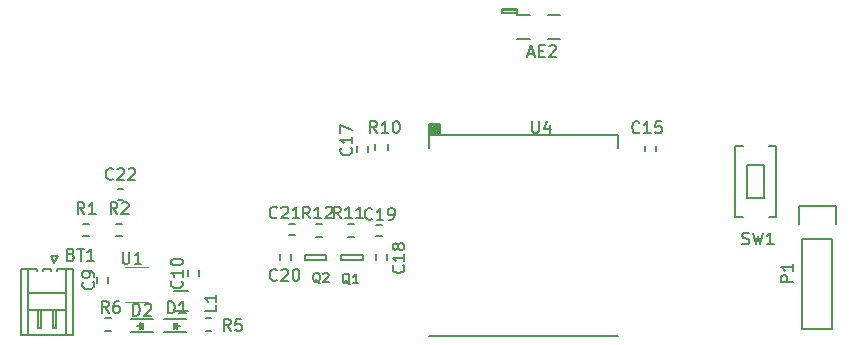
<source format=gbr>
G04 #@! TF.FileFunction,Legend,Top*
%FSLAX46Y46*%
G04 Gerber Fmt 4.6, Leading zero omitted, Abs format (unit mm)*
G04 Created by KiCad (PCBNEW 4.0.5+dfsg1-4~bpo8+1) date Mon Dec 18 16:44:26 2017*
%MOMM*%
%LPD*%
G01*
G04 APERTURE LIST*
%ADD10C,0.100000*%
%ADD11C,0.200000*%
%ADD12C,0.150000*%
G04 APERTURE END LIST*
D10*
D11*
X156440000Y-110330000D02*
X155790000Y-110330000D01*
X155790000Y-110330000D02*
X155790000Y-109680000D01*
X155790000Y-109680000D02*
X156440000Y-109680000D01*
X156440000Y-109680000D02*
X156440000Y-110180000D01*
X156440000Y-110180000D02*
X155940000Y-110180000D01*
X155940000Y-110180000D02*
X155940000Y-109780000D01*
X155940000Y-109780000D02*
X156290000Y-109780000D01*
X156290000Y-109780000D02*
X156290000Y-110030000D01*
X156290000Y-110030000D02*
X156040000Y-110030000D01*
X156040000Y-110030000D02*
X156040000Y-109880000D01*
X156040000Y-109880000D02*
X156190000Y-109880000D01*
X155640000Y-110480000D02*
X155640000Y-109530000D01*
X155640000Y-109530000D02*
X156590000Y-109530000D01*
X156590000Y-109530000D02*
X156590000Y-110430000D01*
X171640000Y-110480000D02*
X171640000Y-111580000D01*
X155640000Y-110480000D02*
X155640000Y-111580000D01*
X155640000Y-110480000D02*
X171640000Y-110480000D01*
X171640000Y-127480000D02*
X155640000Y-127480000D01*
D12*
X148810000Y-119105000D02*
X149310000Y-119105000D01*
X149310000Y-118055000D02*
X148810000Y-118055000D01*
D11*
X163120000Y-100340000D02*
X163120000Y-100040000D01*
X163120000Y-100040000D02*
X163120000Y-99840000D01*
X163120000Y-99840000D02*
X161820000Y-99840000D01*
X161820000Y-99840000D02*
X161820000Y-100140000D01*
X161820000Y-100140000D02*
X163120000Y-100140000D01*
X163120000Y-100140000D02*
X163120000Y-99940000D01*
X163120000Y-99940000D02*
X161920000Y-99940000D01*
X166720000Y-100340000D02*
X165720000Y-100340000D01*
X165720000Y-102340000D02*
X166720000Y-102340000D01*
X163120000Y-102340000D02*
X164220000Y-102340000D01*
X163120000Y-100340000D02*
X164220000Y-100340000D01*
D12*
X124170000Y-121990000D02*
X124170000Y-121840000D01*
X124170000Y-121840000D02*
X125470000Y-121840000D01*
X125470000Y-121840000D02*
X125470000Y-127440000D01*
X125470000Y-127440000D02*
X121120000Y-127440000D01*
X121120000Y-127440000D02*
X121120000Y-121840000D01*
X121120000Y-121840000D02*
X122420000Y-121840000D01*
X122420000Y-121840000D02*
X122420000Y-121990000D01*
X124920000Y-125340000D02*
X121670000Y-125340000D01*
X124920000Y-123840000D02*
X121670000Y-123840000D01*
X124920000Y-127440000D02*
X124920000Y-121840000D01*
X121670000Y-127440000D02*
X121670000Y-121840000D01*
X123920000Y-125340000D02*
X124070000Y-125340000D01*
X124070000Y-125340000D02*
X124070000Y-126802500D01*
X124070000Y-126802500D02*
X123920000Y-126840000D01*
X123920000Y-126840000D02*
X123770000Y-126802500D01*
X123770000Y-126802500D02*
X123770000Y-125340000D01*
X123770000Y-125340000D02*
X123920000Y-125340000D01*
X122670000Y-125340000D02*
X122820000Y-125340000D01*
X122820000Y-125340000D02*
X122820000Y-126802500D01*
X122820000Y-126802500D02*
X122670000Y-126840000D01*
X122670000Y-126840000D02*
X122520000Y-126802500D01*
X122520000Y-126802500D02*
X122520000Y-125340000D01*
X122520000Y-125340000D02*
X122670000Y-125340000D01*
X123670000Y-121990000D02*
X123670000Y-121840000D01*
X123670000Y-121840000D02*
X122920000Y-121840000D01*
X122920000Y-121840000D02*
X122920000Y-121990000D01*
X123920000Y-121340000D02*
X124220000Y-120740000D01*
X124220000Y-120740000D02*
X123620000Y-120740000D01*
X123620000Y-120740000D02*
X123920000Y-121340000D01*
X127545000Y-122540000D02*
X127545000Y-123040000D01*
X128495000Y-123040000D02*
X128495000Y-122540000D01*
X135195000Y-121940000D02*
X135195000Y-122440000D01*
X136145000Y-122440000D02*
X136145000Y-121940000D01*
X174845000Y-111890000D02*
X174845000Y-111390000D01*
X173895000Y-111390000D02*
X173895000Y-111890000D01*
X150495000Y-111960000D02*
X150495000Y-111460000D01*
X149545000Y-111460000D02*
X149545000Y-111960000D01*
X151175000Y-120610000D02*
X151175000Y-121110000D01*
X152125000Y-121110000D02*
X152125000Y-120610000D01*
X151680000Y-118095000D02*
X151180000Y-118095000D01*
X151180000Y-119045000D02*
X151680000Y-119045000D01*
X143045000Y-120540000D02*
X143045000Y-121040000D01*
X143995000Y-121040000D02*
X143995000Y-120540000D01*
X143820000Y-119005000D02*
X144320000Y-119005000D01*
X144320000Y-118055000D02*
X143820000Y-118055000D01*
X129770000Y-115065000D02*
X129270000Y-115065000D01*
X129270000Y-116015000D02*
X129770000Y-116015000D01*
X133170000Y-127190000D02*
X135070000Y-127190000D01*
X133170000Y-126090000D02*
X135070000Y-126090000D01*
X134070000Y-126640000D02*
X134520000Y-126640000D01*
X134020000Y-126390000D02*
X134020000Y-126890000D01*
X134020000Y-126640000D02*
X134270000Y-126390000D01*
X134270000Y-126390000D02*
X134270000Y-126890000D01*
X134270000Y-126890000D02*
X134020000Y-126640000D01*
X132270000Y-126090000D02*
X130370000Y-126090000D01*
X132270000Y-127190000D02*
X130370000Y-127190000D01*
X131370000Y-126640000D02*
X130920000Y-126640000D01*
X131420000Y-126890000D02*
X131420000Y-126390000D01*
X131420000Y-126640000D02*
X131170000Y-126890000D01*
X131170000Y-126890000D02*
X131170000Y-126390000D01*
X131170000Y-126390000D02*
X131420000Y-126640000D01*
X135260000Y-125415000D02*
X134060000Y-125415000D01*
X134060000Y-123665000D02*
X135260000Y-123665000D01*
X150010000Y-120660000D02*
X148210000Y-120660000D01*
X148210000Y-120660000D02*
X148210000Y-121060000D01*
X148210000Y-121060000D02*
X150010000Y-121060000D01*
X150010000Y-121060000D02*
X150010000Y-120660000D01*
X146920000Y-120640000D02*
X145120000Y-120640000D01*
X145120000Y-120640000D02*
X145120000Y-121040000D01*
X145120000Y-121040000D02*
X146920000Y-121040000D01*
X146920000Y-121040000D02*
X146920000Y-120640000D01*
X126870000Y-118015000D02*
X126370000Y-118015000D01*
X126370000Y-119065000D02*
X126870000Y-119065000D01*
X129670000Y-118015000D02*
X129170000Y-118015000D01*
X129170000Y-119065000D02*
X129670000Y-119065000D01*
X136720000Y-127065000D02*
X137220000Y-127065000D01*
X137220000Y-126015000D02*
X136720000Y-126015000D01*
X128720000Y-126015000D02*
X128220000Y-126015000D01*
X128220000Y-127065000D02*
X128720000Y-127065000D01*
X151085000Y-111250000D02*
X151085000Y-111750000D01*
X152135000Y-111750000D02*
X152135000Y-111250000D01*
X146070000Y-119095000D02*
X146570000Y-119095000D01*
X146570000Y-118045000D02*
X146070000Y-118045000D01*
X182600000Y-115800000D02*
X182600000Y-113000000D01*
X182600000Y-113000000D02*
X184000000Y-113000000D01*
X184000000Y-113000000D02*
X184000000Y-115800000D01*
X184000000Y-115800000D02*
X182600000Y-115800000D01*
X181550000Y-111400000D02*
X182200000Y-111400000D01*
X185050000Y-111400000D02*
X184400000Y-111400000D01*
X184400000Y-117400000D02*
X185050000Y-117400000D01*
X181550000Y-117400000D02*
X182200000Y-117400000D01*
X181550000Y-111400000D02*
X181550000Y-117400000D01*
X185050000Y-117400000D02*
X185050000Y-111400000D01*
X187250000Y-119310000D02*
X187250000Y-126930000D01*
X189790000Y-119310000D02*
X189790000Y-126930000D01*
X190070000Y-116490000D02*
X190070000Y-118040000D01*
X187250000Y-126930000D02*
X189790000Y-126930000D01*
X189790000Y-119310000D02*
X187250000Y-119310000D01*
X186970000Y-118040000D02*
X186970000Y-116490000D01*
X186970000Y-116490000D02*
X190070000Y-116490000D01*
D10*
X131870000Y-124740000D02*
X131870000Y-124840000D01*
X131870000Y-124840000D02*
X131570000Y-124840000D01*
X131570000Y-124840000D02*
X131570000Y-124740000D01*
X131870000Y-124640000D02*
X131870000Y-124740000D01*
X131870000Y-124740000D02*
X131570000Y-124740000D01*
X131570000Y-124740000D02*
X131570000Y-124640000D01*
X131870000Y-121640000D02*
X129870000Y-121640000D01*
X131870000Y-124640000D02*
X129870000Y-124640000D01*
D12*
X164378095Y-109322381D02*
X164378095Y-110131905D01*
X164425714Y-110227143D01*
X164473333Y-110274762D01*
X164568571Y-110322381D01*
X164759048Y-110322381D01*
X164854286Y-110274762D01*
X164901905Y-110227143D01*
X164949524Y-110131905D01*
X164949524Y-109322381D01*
X165854286Y-109655714D02*
X165854286Y-110322381D01*
X165616190Y-109274762D02*
X165378095Y-109989048D01*
X165997143Y-109989048D01*
X148157143Y-117552381D02*
X147823809Y-117076190D01*
X147585714Y-117552381D02*
X147585714Y-116552381D01*
X147966667Y-116552381D01*
X148061905Y-116600000D01*
X148109524Y-116647619D01*
X148157143Y-116742857D01*
X148157143Y-116885714D01*
X148109524Y-116980952D01*
X148061905Y-117028571D01*
X147966667Y-117076190D01*
X147585714Y-117076190D01*
X149109524Y-117552381D02*
X148538095Y-117552381D01*
X148823809Y-117552381D02*
X148823809Y-116552381D01*
X148728571Y-116695238D01*
X148633333Y-116790476D01*
X148538095Y-116838095D01*
X150061905Y-117552381D02*
X149490476Y-117552381D01*
X149776190Y-117552381D02*
X149776190Y-116552381D01*
X149680952Y-116695238D01*
X149585714Y-116790476D01*
X149490476Y-116838095D01*
X164053333Y-103606667D02*
X164529524Y-103606667D01*
X163958095Y-103892381D02*
X164291428Y-102892381D01*
X164624762Y-103892381D01*
X164958095Y-103368571D02*
X165291429Y-103368571D01*
X165434286Y-103892381D02*
X164958095Y-103892381D01*
X164958095Y-102892381D01*
X165434286Y-102892381D01*
X165815238Y-102987619D02*
X165862857Y-102940000D01*
X165958095Y-102892381D01*
X166196191Y-102892381D01*
X166291429Y-102940000D01*
X166339048Y-102987619D01*
X166386667Y-103082857D01*
X166386667Y-103178095D01*
X166339048Y-103320952D01*
X165767619Y-103892381D01*
X166386667Y-103892381D01*
X125324286Y-120608571D02*
X125467143Y-120656190D01*
X125514762Y-120703810D01*
X125562381Y-120799048D01*
X125562381Y-120941905D01*
X125514762Y-121037143D01*
X125467143Y-121084762D01*
X125371905Y-121132381D01*
X124990952Y-121132381D01*
X124990952Y-120132381D01*
X125324286Y-120132381D01*
X125419524Y-120180000D01*
X125467143Y-120227619D01*
X125514762Y-120322857D01*
X125514762Y-120418095D01*
X125467143Y-120513333D01*
X125419524Y-120560952D01*
X125324286Y-120608571D01*
X124990952Y-120608571D01*
X125848095Y-120132381D02*
X126419524Y-120132381D01*
X126133809Y-121132381D02*
X126133809Y-120132381D01*
X127276667Y-121132381D02*
X126705238Y-121132381D01*
X126990952Y-121132381D02*
X126990952Y-120132381D01*
X126895714Y-120275238D01*
X126800476Y-120370476D01*
X126705238Y-120418095D01*
X127187143Y-122956666D02*
X127234762Y-123004285D01*
X127282381Y-123147142D01*
X127282381Y-123242380D01*
X127234762Y-123385238D01*
X127139524Y-123480476D01*
X127044286Y-123528095D01*
X126853810Y-123575714D01*
X126710952Y-123575714D01*
X126520476Y-123528095D01*
X126425238Y-123480476D01*
X126330000Y-123385238D01*
X126282381Y-123242380D01*
X126282381Y-123147142D01*
X126330000Y-123004285D01*
X126377619Y-122956666D01*
X127282381Y-122480476D02*
X127282381Y-122290000D01*
X127234762Y-122194761D01*
X127187143Y-122147142D01*
X127044286Y-122051904D01*
X126853810Y-122004285D01*
X126472857Y-122004285D01*
X126377619Y-122051904D01*
X126330000Y-122099523D01*
X126282381Y-122194761D01*
X126282381Y-122385238D01*
X126330000Y-122480476D01*
X126377619Y-122528095D01*
X126472857Y-122575714D01*
X126710952Y-122575714D01*
X126806190Y-122528095D01*
X126853810Y-122480476D01*
X126901429Y-122385238D01*
X126901429Y-122194761D01*
X126853810Y-122099523D01*
X126806190Y-122051904D01*
X126710952Y-122004285D01*
X134687143Y-122872857D02*
X134734762Y-122920476D01*
X134782381Y-123063333D01*
X134782381Y-123158571D01*
X134734762Y-123301429D01*
X134639524Y-123396667D01*
X134544286Y-123444286D01*
X134353810Y-123491905D01*
X134210952Y-123491905D01*
X134020476Y-123444286D01*
X133925238Y-123396667D01*
X133830000Y-123301429D01*
X133782381Y-123158571D01*
X133782381Y-123063333D01*
X133830000Y-122920476D01*
X133877619Y-122872857D01*
X134782381Y-121920476D02*
X134782381Y-122491905D01*
X134782381Y-122206191D02*
X133782381Y-122206191D01*
X133925238Y-122301429D01*
X134020476Y-122396667D01*
X134068095Y-122491905D01*
X133782381Y-121301429D02*
X133782381Y-121206190D01*
X133830000Y-121110952D01*
X133877619Y-121063333D01*
X133972857Y-121015714D01*
X134163333Y-120968095D01*
X134401429Y-120968095D01*
X134591905Y-121015714D01*
X134687143Y-121063333D01*
X134734762Y-121110952D01*
X134782381Y-121206190D01*
X134782381Y-121301429D01*
X134734762Y-121396667D01*
X134687143Y-121444286D01*
X134591905Y-121491905D01*
X134401429Y-121539524D01*
X134163333Y-121539524D01*
X133972857Y-121491905D01*
X133877619Y-121444286D01*
X133830000Y-121396667D01*
X133782381Y-121301429D01*
X173457143Y-110257143D02*
X173409524Y-110304762D01*
X173266667Y-110352381D01*
X173171429Y-110352381D01*
X173028571Y-110304762D01*
X172933333Y-110209524D01*
X172885714Y-110114286D01*
X172838095Y-109923810D01*
X172838095Y-109780952D01*
X172885714Y-109590476D01*
X172933333Y-109495238D01*
X173028571Y-109400000D01*
X173171429Y-109352381D01*
X173266667Y-109352381D01*
X173409524Y-109400000D01*
X173457143Y-109447619D01*
X174409524Y-110352381D02*
X173838095Y-110352381D01*
X174123809Y-110352381D02*
X174123809Y-109352381D01*
X174028571Y-109495238D01*
X173933333Y-109590476D01*
X173838095Y-109638095D01*
X175314286Y-109352381D02*
X174838095Y-109352381D01*
X174790476Y-109828571D01*
X174838095Y-109780952D01*
X174933333Y-109733333D01*
X175171429Y-109733333D01*
X175266667Y-109780952D01*
X175314286Y-109828571D01*
X175361905Y-109923810D01*
X175361905Y-110161905D01*
X175314286Y-110257143D01*
X175266667Y-110304762D01*
X175171429Y-110352381D01*
X174933333Y-110352381D01*
X174838095Y-110304762D01*
X174790476Y-110257143D01*
X149037143Y-111592857D02*
X149084762Y-111640476D01*
X149132381Y-111783333D01*
X149132381Y-111878571D01*
X149084762Y-112021429D01*
X148989524Y-112116667D01*
X148894286Y-112164286D01*
X148703810Y-112211905D01*
X148560952Y-112211905D01*
X148370476Y-112164286D01*
X148275238Y-112116667D01*
X148180000Y-112021429D01*
X148132381Y-111878571D01*
X148132381Y-111783333D01*
X148180000Y-111640476D01*
X148227619Y-111592857D01*
X149132381Y-110640476D02*
X149132381Y-111211905D01*
X149132381Y-110926191D02*
X148132381Y-110926191D01*
X148275238Y-111021429D01*
X148370476Y-111116667D01*
X148418095Y-111211905D01*
X148132381Y-110307143D02*
X148132381Y-109640476D01*
X149132381Y-110069048D01*
X153457143Y-121542857D02*
X153504762Y-121590476D01*
X153552381Y-121733333D01*
X153552381Y-121828571D01*
X153504762Y-121971429D01*
X153409524Y-122066667D01*
X153314286Y-122114286D01*
X153123810Y-122161905D01*
X152980952Y-122161905D01*
X152790476Y-122114286D01*
X152695238Y-122066667D01*
X152600000Y-121971429D01*
X152552381Y-121828571D01*
X152552381Y-121733333D01*
X152600000Y-121590476D01*
X152647619Y-121542857D01*
X153552381Y-120590476D02*
X153552381Y-121161905D01*
X153552381Y-120876191D02*
X152552381Y-120876191D01*
X152695238Y-120971429D01*
X152790476Y-121066667D01*
X152838095Y-121161905D01*
X152980952Y-120019048D02*
X152933333Y-120114286D01*
X152885714Y-120161905D01*
X152790476Y-120209524D01*
X152742857Y-120209524D01*
X152647619Y-120161905D01*
X152600000Y-120114286D01*
X152552381Y-120019048D01*
X152552381Y-119828571D01*
X152600000Y-119733333D01*
X152647619Y-119685714D01*
X152742857Y-119638095D01*
X152790476Y-119638095D01*
X152885714Y-119685714D01*
X152933333Y-119733333D01*
X152980952Y-119828571D01*
X152980952Y-120019048D01*
X153028571Y-120114286D01*
X153076190Y-120161905D01*
X153171429Y-120209524D01*
X153361905Y-120209524D01*
X153457143Y-120161905D01*
X153504762Y-120114286D01*
X153552381Y-120019048D01*
X153552381Y-119828571D01*
X153504762Y-119733333D01*
X153457143Y-119685714D01*
X153361905Y-119638095D01*
X153171429Y-119638095D01*
X153076190Y-119685714D01*
X153028571Y-119733333D01*
X152980952Y-119828571D01*
X150827143Y-117597143D02*
X150779524Y-117644762D01*
X150636667Y-117692381D01*
X150541429Y-117692381D01*
X150398571Y-117644762D01*
X150303333Y-117549524D01*
X150255714Y-117454286D01*
X150208095Y-117263810D01*
X150208095Y-117120952D01*
X150255714Y-116930476D01*
X150303333Y-116835238D01*
X150398571Y-116740000D01*
X150541429Y-116692381D01*
X150636667Y-116692381D01*
X150779524Y-116740000D01*
X150827143Y-116787619D01*
X151779524Y-117692381D02*
X151208095Y-117692381D01*
X151493809Y-117692381D02*
X151493809Y-116692381D01*
X151398571Y-116835238D01*
X151303333Y-116930476D01*
X151208095Y-116978095D01*
X152255714Y-117692381D02*
X152446190Y-117692381D01*
X152541429Y-117644762D01*
X152589048Y-117597143D01*
X152684286Y-117454286D01*
X152731905Y-117263810D01*
X152731905Y-116882857D01*
X152684286Y-116787619D01*
X152636667Y-116740000D01*
X152541429Y-116692381D01*
X152350952Y-116692381D01*
X152255714Y-116740000D01*
X152208095Y-116787619D01*
X152160476Y-116882857D01*
X152160476Y-117120952D01*
X152208095Y-117216190D01*
X152255714Y-117263810D01*
X152350952Y-117311429D01*
X152541429Y-117311429D01*
X152636667Y-117263810D01*
X152684286Y-117216190D01*
X152731905Y-117120952D01*
X142757143Y-122757143D02*
X142709524Y-122804762D01*
X142566667Y-122852381D01*
X142471429Y-122852381D01*
X142328571Y-122804762D01*
X142233333Y-122709524D01*
X142185714Y-122614286D01*
X142138095Y-122423810D01*
X142138095Y-122280952D01*
X142185714Y-122090476D01*
X142233333Y-121995238D01*
X142328571Y-121900000D01*
X142471429Y-121852381D01*
X142566667Y-121852381D01*
X142709524Y-121900000D01*
X142757143Y-121947619D01*
X143138095Y-121947619D02*
X143185714Y-121900000D01*
X143280952Y-121852381D01*
X143519048Y-121852381D01*
X143614286Y-121900000D01*
X143661905Y-121947619D01*
X143709524Y-122042857D01*
X143709524Y-122138095D01*
X143661905Y-122280952D01*
X143090476Y-122852381D01*
X143709524Y-122852381D01*
X144328571Y-121852381D02*
X144423810Y-121852381D01*
X144519048Y-121900000D01*
X144566667Y-121947619D01*
X144614286Y-122042857D01*
X144661905Y-122233333D01*
X144661905Y-122471429D01*
X144614286Y-122661905D01*
X144566667Y-122757143D01*
X144519048Y-122804762D01*
X144423810Y-122852381D01*
X144328571Y-122852381D01*
X144233333Y-122804762D01*
X144185714Y-122757143D01*
X144138095Y-122661905D01*
X144090476Y-122471429D01*
X144090476Y-122233333D01*
X144138095Y-122042857D01*
X144185714Y-121947619D01*
X144233333Y-121900000D01*
X144328571Y-121852381D01*
X142757143Y-117457143D02*
X142709524Y-117504762D01*
X142566667Y-117552381D01*
X142471429Y-117552381D01*
X142328571Y-117504762D01*
X142233333Y-117409524D01*
X142185714Y-117314286D01*
X142138095Y-117123810D01*
X142138095Y-116980952D01*
X142185714Y-116790476D01*
X142233333Y-116695238D01*
X142328571Y-116600000D01*
X142471429Y-116552381D01*
X142566667Y-116552381D01*
X142709524Y-116600000D01*
X142757143Y-116647619D01*
X143138095Y-116647619D02*
X143185714Y-116600000D01*
X143280952Y-116552381D01*
X143519048Y-116552381D01*
X143614286Y-116600000D01*
X143661905Y-116647619D01*
X143709524Y-116742857D01*
X143709524Y-116838095D01*
X143661905Y-116980952D01*
X143090476Y-117552381D01*
X143709524Y-117552381D01*
X144661905Y-117552381D02*
X144090476Y-117552381D01*
X144376190Y-117552381D02*
X144376190Y-116552381D01*
X144280952Y-116695238D01*
X144185714Y-116790476D01*
X144090476Y-116838095D01*
X128877143Y-114197143D02*
X128829524Y-114244762D01*
X128686667Y-114292381D01*
X128591429Y-114292381D01*
X128448571Y-114244762D01*
X128353333Y-114149524D01*
X128305714Y-114054286D01*
X128258095Y-113863810D01*
X128258095Y-113720952D01*
X128305714Y-113530476D01*
X128353333Y-113435238D01*
X128448571Y-113340000D01*
X128591429Y-113292381D01*
X128686667Y-113292381D01*
X128829524Y-113340000D01*
X128877143Y-113387619D01*
X129258095Y-113387619D02*
X129305714Y-113340000D01*
X129400952Y-113292381D01*
X129639048Y-113292381D01*
X129734286Y-113340000D01*
X129781905Y-113387619D01*
X129829524Y-113482857D01*
X129829524Y-113578095D01*
X129781905Y-113720952D01*
X129210476Y-114292381D01*
X129829524Y-114292381D01*
X130210476Y-113387619D02*
X130258095Y-113340000D01*
X130353333Y-113292381D01*
X130591429Y-113292381D01*
X130686667Y-113340000D01*
X130734286Y-113387619D01*
X130781905Y-113482857D01*
X130781905Y-113578095D01*
X130734286Y-113720952D01*
X130162857Y-114292381D01*
X130781905Y-114292381D01*
X133531905Y-125592381D02*
X133531905Y-124592381D01*
X133770000Y-124592381D01*
X133912858Y-124640000D01*
X134008096Y-124735238D01*
X134055715Y-124830476D01*
X134103334Y-125020952D01*
X134103334Y-125163810D01*
X134055715Y-125354286D01*
X134008096Y-125449524D01*
X133912858Y-125544762D01*
X133770000Y-125592381D01*
X133531905Y-125592381D01*
X135055715Y-125592381D02*
X134484286Y-125592381D01*
X134770000Y-125592381D02*
X134770000Y-124592381D01*
X134674762Y-124735238D01*
X134579524Y-124830476D01*
X134484286Y-124878095D01*
X130601905Y-125782381D02*
X130601905Y-124782381D01*
X130840000Y-124782381D01*
X130982858Y-124830000D01*
X131078096Y-124925238D01*
X131125715Y-125020476D01*
X131173334Y-125210952D01*
X131173334Y-125353810D01*
X131125715Y-125544286D01*
X131078096Y-125639524D01*
X130982858Y-125734762D01*
X130840000Y-125782381D01*
X130601905Y-125782381D01*
X131554286Y-124877619D02*
X131601905Y-124830000D01*
X131697143Y-124782381D01*
X131935239Y-124782381D01*
X132030477Y-124830000D01*
X132078096Y-124877619D01*
X132125715Y-124972857D01*
X132125715Y-125068095D01*
X132078096Y-125210952D01*
X131506667Y-125782381D01*
X132125715Y-125782381D01*
X137642381Y-124886666D02*
X137642381Y-125362857D01*
X136642381Y-125362857D01*
X137642381Y-124029523D02*
X137642381Y-124600952D01*
X137642381Y-124315238D02*
X136642381Y-124315238D01*
X136785238Y-124410476D01*
X136880476Y-124505714D01*
X136928095Y-124600952D01*
X148923810Y-123138095D02*
X148847619Y-123100000D01*
X148771429Y-123023810D01*
X148657143Y-122909524D01*
X148580952Y-122871429D01*
X148504762Y-122871429D01*
X148542857Y-123061905D02*
X148466667Y-123023810D01*
X148390476Y-122947619D01*
X148352381Y-122795238D01*
X148352381Y-122528571D01*
X148390476Y-122376190D01*
X148466667Y-122300000D01*
X148542857Y-122261905D01*
X148695238Y-122261905D01*
X148771429Y-122300000D01*
X148847619Y-122376190D01*
X148885714Y-122528571D01*
X148885714Y-122795238D01*
X148847619Y-122947619D01*
X148771429Y-123023810D01*
X148695238Y-123061905D01*
X148542857Y-123061905D01*
X149647619Y-123061905D02*
X149190476Y-123061905D01*
X149419047Y-123061905D02*
X149419047Y-122261905D01*
X149342857Y-122376190D01*
X149266666Y-122452381D01*
X149190476Y-122490476D01*
X146423810Y-123038095D02*
X146347619Y-123000000D01*
X146271429Y-122923810D01*
X146157143Y-122809524D01*
X146080952Y-122771429D01*
X146004762Y-122771429D01*
X146042857Y-122961905D02*
X145966667Y-122923810D01*
X145890476Y-122847619D01*
X145852381Y-122695238D01*
X145852381Y-122428571D01*
X145890476Y-122276190D01*
X145966667Y-122200000D01*
X146042857Y-122161905D01*
X146195238Y-122161905D01*
X146271429Y-122200000D01*
X146347619Y-122276190D01*
X146385714Y-122428571D01*
X146385714Y-122695238D01*
X146347619Y-122847619D01*
X146271429Y-122923810D01*
X146195238Y-122961905D01*
X146042857Y-122961905D01*
X146690476Y-122238095D02*
X146728571Y-122200000D01*
X146804762Y-122161905D01*
X146995238Y-122161905D01*
X147071428Y-122200000D01*
X147109524Y-122238095D01*
X147147619Y-122314286D01*
X147147619Y-122390476D01*
X147109524Y-122504762D01*
X146652381Y-122961905D01*
X147147619Y-122961905D01*
X126453334Y-117192381D02*
X126120000Y-116716190D01*
X125881905Y-117192381D02*
X125881905Y-116192381D01*
X126262858Y-116192381D01*
X126358096Y-116240000D01*
X126405715Y-116287619D01*
X126453334Y-116382857D01*
X126453334Y-116525714D01*
X126405715Y-116620952D01*
X126358096Y-116668571D01*
X126262858Y-116716190D01*
X125881905Y-116716190D01*
X127405715Y-117192381D02*
X126834286Y-117192381D01*
X127120000Y-117192381D02*
X127120000Y-116192381D01*
X127024762Y-116335238D01*
X126929524Y-116430476D01*
X126834286Y-116478095D01*
X129253334Y-117192381D02*
X128920000Y-116716190D01*
X128681905Y-117192381D02*
X128681905Y-116192381D01*
X129062858Y-116192381D01*
X129158096Y-116240000D01*
X129205715Y-116287619D01*
X129253334Y-116382857D01*
X129253334Y-116525714D01*
X129205715Y-116620952D01*
X129158096Y-116668571D01*
X129062858Y-116716190D01*
X128681905Y-116716190D01*
X129634286Y-116287619D02*
X129681905Y-116240000D01*
X129777143Y-116192381D01*
X130015239Y-116192381D01*
X130110477Y-116240000D01*
X130158096Y-116287619D01*
X130205715Y-116382857D01*
X130205715Y-116478095D01*
X130158096Y-116620952D01*
X129586667Y-117192381D01*
X130205715Y-117192381D01*
X138833334Y-127092381D02*
X138500000Y-126616190D01*
X138261905Y-127092381D02*
X138261905Y-126092381D01*
X138642858Y-126092381D01*
X138738096Y-126140000D01*
X138785715Y-126187619D01*
X138833334Y-126282857D01*
X138833334Y-126425714D01*
X138785715Y-126520952D01*
X138738096Y-126568571D01*
X138642858Y-126616190D01*
X138261905Y-126616190D01*
X139738096Y-126092381D02*
X139261905Y-126092381D01*
X139214286Y-126568571D01*
X139261905Y-126520952D01*
X139357143Y-126473333D01*
X139595239Y-126473333D01*
X139690477Y-126520952D01*
X139738096Y-126568571D01*
X139785715Y-126663810D01*
X139785715Y-126901905D01*
X139738096Y-126997143D01*
X139690477Y-127044762D01*
X139595239Y-127092381D01*
X139357143Y-127092381D01*
X139261905Y-127044762D01*
X139214286Y-126997143D01*
X128503334Y-125562381D02*
X128170000Y-125086190D01*
X127931905Y-125562381D02*
X127931905Y-124562381D01*
X128312858Y-124562381D01*
X128408096Y-124610000D01*
X128455715Y-124657619D01*
X128503334Y-124752857D01*
X128503334Y-124895714D01*
X128455715Y-124990952D01*
X128408096Y-125038571D01*
X128312858Y-125086190D01*
X127931905Y-125086190D01*
X129360477Y-124562381D02*
X129170000Y-124562381D01*
X129074762Y-124610000D01*
X129027143Y-124657619D01*
X128931905Y-124800476D01*
X128884286Y-124990952D01*
X128884286Y-125371905D01*
X128931905Y-125467143D01*
X128979524Y-125514762D01*
X129074762Y-125562381D01*
X129265239Y-125562381D01*
X129360477Y-125514762D01*
X129408096Y-125467143D01*
X129455715Y-125371905D01*
X129455715Y-125133810D01*
X129408096Y-125038571D01*
X129360477Y-124990952D01*
X129265239Y-124943333D01*
X129074762Y-124943333D01*
X128979524Y-124990952D01*
X128931905Y-125038571D01*
X128884286Y-125133810D01*
X151237143Y-110332381D02*
X150903809Y-109856190D01*
X150665714Y-110332381D02*
X150665714Y-109332381D01*
X151046667Y-109332381D01*
X151141905Y-109380000D01*
X151189524Y-109427619D01*
X151237143Y-109522857D01*
X151237143Y-109665714D01*
X151189524Y-109760952D01*
X151141905Y-109808571D01*
X151046667Y-109856190D01*
X150665714Y-109856190D01*
X152189524Y-110332381D02*
X151618095Y-110332381D01*
X151903809Y-110332381D02*
X151903809Y-109332381D01*
X151808571Y-109475238D01*
X151713333Y-109570476D01*
X151618095Y-109618095D01*
X152808571Y-109332381D02*
X152903810Y-109332381D01*
X152999048Y-109380000D01*
X153046667Y-109427619D01*
X153094286Y-109522857D01*
X153141905Y-109713333D01*
X153141905Y-109951429D01*
X153094286Y-110141905D01*
X153046667Y-110237143D01*
X152999048Y-110284762D01*
X152903810Y-110332381D01*
X152808571Y-110332381D01*
X152713333Y-110284762D01*
X152665714Y-110237143D01*
X152618095Y-110141905D01*
X152570476Y-109951429D01*
X152570476Y-109713333D01*
X152618095Y-109522857D01*
X152665714Y-109427619D01*
X152713333Y-109380000D01*
X152808571Y-109332381D01*
X145557143Y-117552381D02*
X145223809Y-117076190D01*
X144985714Y-117552381D02*
X144985714Y-116552381D01*
X145366667Y-116552381D01*
X145461905Y-116600000D01*
X145509524Y-116647619D01*
X145557143Y-116742857D01*
X145557143Y-116885714D01*
X145509524Y-116980952D01*
X145461905Y-117028571D01*
X145366667Y-117076190D01*
X144985714Y-117076190D01*
X146509524Y-117552381D02*
X145938095Y-117552381D01*
X146223809Y-117552381D02*
X146223809Y-116552381D01*
X146128571Y-116695238D01*
X146033333Y-116790476D01*
X145938095Y-116838095D01*
X146890476Y-116647619D02*
X146938095Y-116600000D01*
X147033333Y-116552381D01*
X147271429Y-116552381D01*
X147366667Y-116600000D01*
X147414286Y-116647619D01*
X147461905Y-116742857D01*
X147461905Y-116838095D01*
X147414286Y-116980952D01*
X146842857Y-117552381D01*
X147461905Y-117552381D01*
X182166667Y-119704762D02*
X182309524Y-119752381D01*
X182547620Y-119752381D01*
X182642858Y-119704762D01*
X182690477Y-119657143D01*
X182738096Y-119561905D01*
X182738096Y-119466667D01*
X182690477Y-119371429D01*
X182642858Y-119323810D01*
X182547620Y-119276190D01*
X182357143Y-119228571D01*
X182261905Y-119180952D01*
X182214286Y-119133333D01*
X182166667Y-119038095D01*
X182166667Y-118942857D01*
X182214286Y-118847619D01*
X182261905Y-118800000D01*
X182357143Y-118752381D01*
X182595239Y-118752381D01*
X182738096Y-118800000D01*
X183071429Y-118752381D02*
X183309524Y-119752381D01*
X183500001Y-119038095D01*
X183690477Y-119752381D01*
X183928572Y-118752381D01*
X184833334Y-119752381D02*
X184261905Y-119752381D01*
X184547619Y-119752381D02*
X184547619Y-118752381D01*
X184452381Y-118895238D01*
X184357143Y-118990476D01*
X184261905Y-119038095D01*
X186452381Y-122938095D02*
X185452381Y-122938095D01*
X185452381Y-122557142D01*
X185500000Y-122461904D01*
X185547619Y-122414285D01*
X185642857Y-122366666D01*
X185785714Y-122366666D01*
X185880952Y-122414285D01*
X185928571Y-122461904D01*
X185976190Y-122557142D01*
X185976190Y-122938095D01*
X186452381Y-121414285D02*
X186452381Y-121985714D01*
X186452381Y-121700000D02*
X185452381Y-121700000D01*
X185595238Y-121795238D01*
X185690476Y-121890476D01*
X185738095Y-121985714D01*
X129708095Y-120392381D02*
X129708095Y-121201905D01*
X129755714Y-121297143D01*
X129803333Y-121344762D01*
X129898571Y-121392381D01*
X130089048Y-121392381D01*
X130184286Y-121344762D01*
X130231905Y-121297143D01*
X130279524Y-121201905D01*
X130279524Y-120392381D01*
X131279524Y-121392381D02*
X130708095Y-121392381D01*
X130993809Y-121392381D02*
X130993809Y-120392381D01*
X130898571Y-120535238D01*
X130803333Y-120630476D01*
X130708095Y-120678095D01*
M02*

</source>
